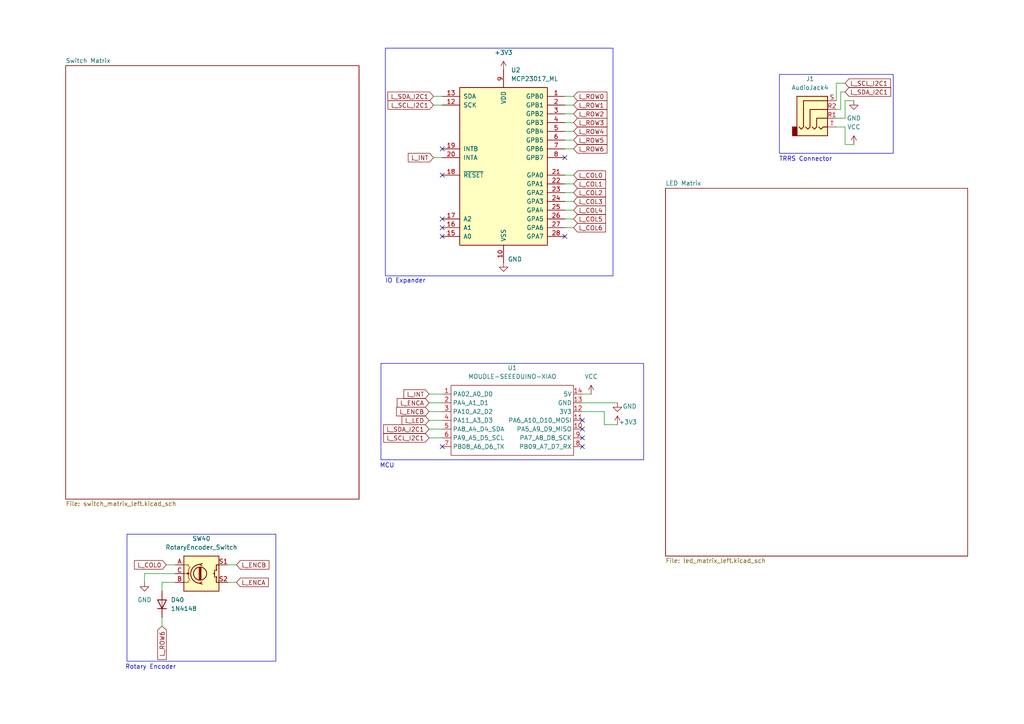
<source format=kicad_sch>
(kicad_sch (version 20250114) (generator "eeschema") (generator_version "9.0")
  (paper "A4")
  (lib_symbols
    (symbol "Connector_Audio:AudioJack4"
      (property "Reference" "J" (at 0 8.89 0))
      (property "Value" "AudioJack4" (at 0 6.35 0))
      (symbol "AudioJack4_0_1"
        (rectangle (start -6.35 -5.08) (end -7.62 -7.62) (stroke (width 0.254)) (fill (type outline)))
        (polyline (pts (xy -5.715 -5.08) (xy -5.08 -5.715) (xy -4.445 -5.08) (xy -4.445 2.54) (xy 2.54 2.54)) (stroke (width 0.254)))
        (polyline (pts (xy -1.905 -5.08) (xy -1.27 -5.715) (xy -0.635 -5.08) (xy -0.635 -2.54) (xy 2.54 -2.54)) (stroke (width 0.254)))
        (polyline (pts (xy 0 -5.08) (xy 0.635 -5.715) (xy 1.27 -5.08) (xy 2.54 -5.08)) (stroke (width 0.254)))
        (rectangle (start 2.54 3.81) (end -6.35 -7.62) (stroke (width 0.254)) (fill (type background)))
        (polyline (pts (xy 2.54 0) (xy -2.54 0) (xy -2.54 -5.08) (xy -3.175 -5.715) (xy -3.81 -5.08)) (stroke (width 0.254)))
      )
      (symbol "AudioJack4_1_1"
        (pin passive line (at 5.08 2.54 180) (length 2.54) (name "~") (number "S"))
        (pin passive line (at 5.08 0 180) (length 2.54) (name "~") (number "R2"))
        (pin passive line (at 5.08 -2.54 180) (length 2.54) (name "~") (number "R1"))
        (pin passive line (at 5.08 -5.08 180) (length 2.54) (name "~") (number "T"))
      )
    )
    (symbol "Device:RotaryEncoder_Switch" (pin_names (offset 0.254) (hide yes))
      (property "Reference" "SW" (at 0 6.604 0))
      (property "Value" "RotaryEncoder_Switch" (at 0 -6.604 0))
      (symbol "RotaryEncoder_Switch_0_1"
        (rectangle (start -5.08 5.08) (end 5.08 -5.08) (stroke (width 0.254)) (fill (type background)))
        (polyline (pts (xy -5.08 2.54) (xy -3.81 2.54) (xy -3.81 2.032)))
        (polyline (pts (xy -5.08 0) (xy -3.81 0) (xy -3.81 -1.016) (xy -3.302 -2.032)))
        (polyline (pts (xy -5.08 -2.54) (xy -3.81 -2.54) (xy -3.81 -2.032)))
        (polyline (pts (xy -4.318 0) (xy -3.81 0) (xy -3.81 1.016) (xy -3.302 2.032)))
        (circle (center -3.81 0) (radius 0.254) (fill (type outline)))
        (polyline (pts (xy -0.635 -1.778) (xy -0.635 1.778)) (stroke (width 0.254)))
        (circle (center -0.381 0) (radius 1.905) (stroke (width 0.254)))
        (polyline (pts (xy -0.381 -1.778) (xy -0.381 1.778)) (stroke (width 0.254)))
        (arc (start -0.381 -2.794) (mid -3.0988 -0.0635) (end -0.381 2.667) (stroke (width 0.254)))
        (polyline (pts (xy -0.127 1.778) (xy -0.127 -1.778)) (stroke (width 0.254)))
        (polyline (pts (xy 0.254 2.921) (xy -0.508 2.667) (xy 0.127 2.286)) (stroke (width 0.254)))
        (polyline (pts (xy 0.254 -3.048) (xy -0.508 -2.794) (xy 0.127 -2.413)) (stroke (width 0.254)))
        (polyline (pts (xy 3.81 1.016) (xy 3.81 -1.016)) (stroke (width 0.254)))
        (polyline (pts (xy 3.81 0) (xy 3.429 0)) (stroke (width 0.254)))
        (circle (center 4.318 1.016) (radius 0.127) (stroke (width 0.254)))
        (circle (center 4.318 -1.016) (radius 0.127) (stroke (width 0.254)))
        (polyline (pts (xy 5.08 2.54) (xy 4.318 2.54) (xy 4.318 1.016)) (stroke (width 0.254)))
        (polyline (pts (xy 5.08 -2.54) (xy 4.318 -2.54) (xy 4.318 -1.016)) (stroke (width 0.254)))
      )
      (symbol "RotaryEncoder_Switch_1_1"
        (pin passive line (at -7.62 2.54 0) (length 2.54) (name "A") (number "A"))
        (pin passive line (at -7.62 0 0) (length 2.54) (name "C") (number "C"))
        (pin passive line (at -7.62 -2.54 0) (length 2.54) (name "B") (number "B"))
        (pin passive line (at 7.62 2.54 180) (length 2.54) (name "S1") (number "S1"))
        (pin passive line (at 7.62 -2.54 180) (length 2.54) (name "S2") (number "S2"))
      )
    )
    (symbol "Diode:1N4148" (pin_numbers (hide yes)) (pin_names (hide yes))
      (property "Reference" "D" (at 0 2.54 0))
      (property "Value" "1N4148" (at 0 -2.54 0))
      (symbol "1N4148_0_1"
        (polyline (pts (xy -1.27 1.27) (xy -1.27 -1.27)) (stroke (width 0.254)))
        (polyline (pts (xy 1.27 1.27) (xy 1.27 -1.27) (xy -1.27 0) (xy 1.27 1.27)) (stroke (width 0.254)))
        (polyline (pts (xy 1.27 0) (xy -1.27 0)))
      )
      (symbol "1N4148_1_1"
        (pin passive line (at -3.81 0 0) (length 2.54) (name "K") (number "1"))
        (pin passive line (at 3.81 0 180) (length 2.54) (name "A") (number "2"))
      )
    )
    (symbol "Interface_Expansion:MCP23017_SP" (pin_names (offset 1.016))
      (property "Reference" "U" (at -11.43 24.13 0))
      (property "Value" "MCP23017_SP" (at 0 0 0))
      (symbol "MCP23017_SP_0_1"
        (rectangle (start -12.7 22.86) (end 12.7 -22.86) (stroke (width 0.254)) (fill (type background)))
      )
      (symbol "MCP23017_SP_1_1"
        (pin bidirectional line (at -17.78 20.32 0) (length 5.08) (name "SDA") (number "13"))
        (pin input line (at -17.78 17.78 0) (length 5.08) (name "SCK") (number "12"))
        (pin tri_state line (at -17.78 5.08 0) (length 5.08) (name "INTB") (number "19"))
        (pin tri_state line (at -17.78 2.54 0) (length 5.08) (name "INTA") (number "20"))
        (pin input line (at -17.78 -2.54 0) (length 5.08) (name "~{RESET}") (number "18"))
        (pin input line (at -17.78 -15.24 0) (length 5.08) (name "A2") (number "17"))
        (pin input line (at -17.78 -17.78 0) (length 5.08) (name "A1") (number "16"))
        (pin input line (at -17.78 -20.32 0) (length 5.08) (name "A0") (number "15"))
        (pin no_connect line (at -12.7 15.24 0) (length 5.08) (hide yes) (name "NC") (number "11"))
        (pin no_connect line (at -12.7 12.7 0) (length 5.08) (hide yes) (name "NC") (number "14"))
        (pin power_in line (at 0 27.94 270) (length 5.08) (name "VDD") (number "9"))
        (pin power_in line (at 0 -27.94 90) (length 5.08) (name "VSS") (number "10"))
        (pin bidirectional line (at 17.78 20.32 180) (length 5.08) (name "GPB0") (number "1"))
        (pin bidirectional line (at 17.78 17.78 180) (length 5.08) (name "GPB1") (number "2"))
        (pin bidirectional line (at 17.78 15.24 180) (length 5.08) (name "GPB2") (number "3"))
        (pin bidirectional line (at 17.78 12.7 180) (length 5.08) (name "GPB3") (number "4"))
        (pin bidirectional line (at 17.78 10.16 180) (length 5.08) (name "GPB4") (number "5"))
        (pin bidirectional line (at 17.78 7.62 180) (length 5.08) (name "GPB5") (number "6"))
        (pin bidirectional line (at 17.78 5.08 180) (length 5.08) (name "GPB6") (number "7"))
        (pin output line (at 17.78 2.54 180) (length 5.08) (name "GPB7") (number "8"))
        (pin bidirectional line (at 17.78 -2.54 180) (length 5.08) (name "GPA0") (number "21"))
        (pin bidirectional line (at 17.78 -5.08 180) (length 5.08) (name "GPA1") (number "22"))
        (pin bidirectional line (at 17.78 -7.62 180) (length 5.08) (name "GPA2") (number "23"))
        (pin bidirectional line (at 17.78 -10.16 180) (length 5.08) (name "GPA3") (number "24"))
        (pin bidirectional line (at 17.78 -12.7 180) (length 5.08) (name "GPA4") (number "25"))
        (pin bidirectional line (at 17.78 -15.24 180) (length 5.08) (name "GPA5") (number "26"))
        (pin bidirectional line (at 17.78 -17.78 180) (length 5.08) (name "GPA6") (number "27"))
        (pin output line (at 17.78 -20.32 180) (length 5.08) (name "GPA7") (number "28"))
      )
    )
    (symbol "XIAO_RP2040:MOUDLE-SEEEDUINO-XIAO"
      (property "Reference" "U" (at -16.51 11.43 0))
      (property "Value" "MOUDLE-SEEEDUINO-XIAO" (at -3.81 -11.43 0))
      (symbol "MOUDLE-SEEEDUINO-XIAO_0_1"
        (rectangle (start -16.51 10.16) (end 19.05 -10.16))
      )
      (symbol "MOUDLE-SEEEDUINO-XIAO_1_1"
        (pin passive line (at -19.05 7.62 0) (length 2.54) (name "PA02_A0_D0") (number "1"))
        (pin passive line (at -19.05 5.08 0) (length 2.54) (name "PA4_A1_D1") (number "2"))
        (pin passive line (at -19.05 2.54 0) (length 2.54) (name "PA10_A2_D2") (number "3"))
        (pin passive line (at -19.05 0 0) (length 2.54) (name "PA11_A3_D3") (number "4"))
        (pin passive line (at -19.05 -2.54 0) (length 2.54) (name "PA8_A4_D4_SDA") (number "5"))
        (pin passive line (at -19.05 -5.08 0) (length 2.54) (name "PA9_A5_D5_SCL") (number "6"))
        (pin passive line (at -19.05 -7.62 0) (length 2.54) (name "PB08_A6_D6_TX") (number "7"))
        (pin passive line (at 21.59 7.62 180) (length 2.54) (name "5V") (number "14"))
        (pin passive line (at 21.59 5.08 180) (length 2.54) (name "GND") (number "13"))
        (pin passive line (at 21.59 2.54 180) (length 2.54) (name "3V3") (number "12"))
        (pin passive line (at 21.59 0 180) (length 2.54) (name "PA6_A10_D10_MOSI") (number "11"))
        (pin passive line (at 21.59 -2.54 180) (length 2.54) (name "PA5_A9_D9_MISO") (number "10"))
        (pin passive line (at 21.59 -5.08 180) (length 2.54) (name "PA7_A8_D8_SCK") (number "9"))
        (pin passive line (at 21.59 -7.62 180) (length 2.54) (name "PB09_A7_D7_RX") (number "8"))
      )
    )
    (symbol "power:+3V3" (power) (pin_numbers (hide yes)) (pin_names (offset 0) (hide yes))
      (property "Value" "+3V3" (at 0 3.556 0))
      (symbol "+3V3_0_1"
        (polyline (pts (xy -0.762 1.27) (xy 0 2.54)))
        (polyline (pts (xy 0 2.54) (xy 0.762 1.27)))
        (polyline (pts (xy 0 0) (xy 0 2.54)))
      )
      (symbol "+3V3_1_1"
        (pin power_in line (at 0 0 90) (length 0) (name "~") (number "1"))
      )
    )
    (symbol "power:GND" (power) (pin_numbers (hide yes)) (pin_names (offset 0) (hide yes))
      (property "Value" "GND" (at 0 -3.81 0))
      (symbol "GND_0_1"
        (polyline (pts (xy 0 0) (xy 0 -1.27) (xy 1.27 -1.27) (xy 0 -2.54) (xy -1.27 -1.27) (xy 0 -1.27)))
      )
      (symbol "GND_1_1"
        (pin power_in line (at 0 0 270) (length 0) (name "~") (number "1"))
      )
    )
    (symbol "power:VCC" (power) (pin_numbers (hide yes)) (pin_names (offset 0) (hide yes))
      (property "Value" "VCC" (at 0 3.556 0))
      (symbol "VCC_0_1"
        (polyline (pts (xy -0.762 1.27) (xy 0 2.54)))
        (polyline (pts (xy 0 2.54) (xy 0.762 1.27)))
        (polyline (pts (xy 0 0) (xy 0 2.54)))
      )
      (symbol "VCC_1_1"
        (pin power_in line (at 0 0 90) (length 0) (name "~") (number "1"))
      )
    )
  )
  (rectangle (start 110.49 105.41) (end 186.69 133.35))
  (rectangle (start 226.06 21.59) (end 259.08 44.45))
  (rectangle (start 36.83 154.94) (end 80.01 191.77))
  (rectangle (start 111.76 13.97) (end 177.8 80.01))
  (text "TRRS Connector" (at 233.68 46.228 0) (effects (font (size 1.27 1.27))))
  (text "MCU" (at 112.268 135.128 0) (effects (font (size 1.27 1.27))))
  (text "IO Expander" (at 117.602 81.534 0) (effects (font (size 1.27 1.27))))
  (text "Rotary Encoder" (at 43.688 193.548 0) (effects (font (size 1.27 1.27))))
  (no_connect (at 128.27 63.5))
  (no_connect (at 168.91 127))
  (no_connect (at 168.91 124.46))
  (no_connect (at 163.83 45.72))
  (no_connect (at 128.27 129.54))
  (no_connect (at 128.27 66.04))
  (no_connect (at 128.27 50.8))
  (no_connect (at 168.91 129.54))
  (no_connect (at 128.27 68.58))
  (no_connect (at 128.27 43.18))
  (no_connect (at 163.83 68.58))
  (no_connect (at 168.91 121.92))
  (wire (pts (xy 175.26 123.19) (xy 175.26 119.38)))
  (wire (pts (xy 125.73 45.72) (xy 128.27 45.72)))
  (wire (pts (xy 163.83 58.42) (xy 166.37 58.42)))
  (wire (pts (xy 124.46 119.38) (xy 128.27 119.38)))
  (wire (pts (xy 41.91 166.37) (xy 41.91 168.91)))
  (wire (pts (xy 124.46 116.84) (xy 128.27 116.84)))
  (wire (pts (xy 245.11 41.91) (xy 247.65 41.91)))
  (wire (pts (xy 66.04 163.83) (xy 68.58 163.83)))
  (wire (pts (xy 50.8 168.91) (xy 46.99 168.91)))
  (wire (pts (xy 163.83 43.18) (xy 166.37 43.18)))
  (wire (pts (xy 245.11 36.83) (xy 242.57 36.83)))
  (wire (pts (xy 46.99 179.07) (xy 46.99 181.61)))
  (wire (pts (xy 124.46 114.3) (xy 128.27 114.3)))
  (wire (pts (xy 242.57 34.29) (xy 245.11 34.29)))
  (wire (pts (xy 48.26 163.83) (xy 50.8 163.83)))
  (wire (pts (xy 163.83 40.64) (xy 166.37 40.64)))
  (wire (pts (xy 163.83 53.34) (xy 166.37 53.34)))
  (wire (pts (xy 168.91 114.3) (xy 171.45 114.3)))
  (wire (pts (xy 243.84 26.67) (xy 245.11 26.67)))
  (wire (pts (xy 179.07 123.19) (xy 175.26 123.19)))
  (wire (pts (xy 163.83 60.96) (xy 166.37 60.96)))
  (wire (pts (xy 163.83 55.88) (xy 166.37 55.88)))
  (wire (pts (xy 245.11 29.21) (xy 247.65 29.21)))
  (wire (pts (xy 242.57 29.21) (xy 242.57 24.13)))
  (wire (pts (xy 124.46 127) (xy 128.27 127)))
  (wire (pts (xy 242.57 31.75) (xy 243.84 31.75)))
  (wire (pts (xy 163.83 30.48) (xy 166.37 30.48)))
  (wire (pts (xy 124.46 124.46) (xy 128.27 124.46)))
  (wire (pts (xy 242.57 24.13) (xy 245.11 24.13)))
  (wire (pts (xy 163.83 27.94) (xy 166.37 27.94)))
  (wire (pts (xy 125.73 30.48) (xy 128.27 30.48)))
  (wire (pts (xy 168.91 116.84) (xy 179.07 116.84)))
  (wire (pts (xy 163.83 50.8) (xy 166.37 50.8)))
  (wire (pts (xy 66.04 168.91) (xy 68.58 168.91)))
  (wire (pts (xy 243.84 31.75) (xy 243.84 26.67)))
  (wire (pts (xy 124.46 121.92) (xy 128.27 121.92)))
  (wire (pts (xy 163.83 35.56) (xy 166.37 35.56)))
  (wire (pts (xy 125.73 27.94) (xy 128.27 27.94)))
  (wire (pts (xy 163.83 66.04) (xy 166.37 66.04)))
  (wire (pts (xy 175.26 119.38) (xy 168.91 119.38)))
  (wire (pts (xy 245.11 41.91) (xy 245.11 36.83)))
  (wire (pts (xy 245.11 34.29) (xy 245.11 29.21)))
  (wire (pts (xy 46.99 168.91) (xy 46.99 171.45)))
  (wire (pts (xy 163.83 63.5) (xy 166.37 63.5)))
  (wire (pts (xy 163.83 38.1) (xy 166.37 38.1)))
  (wire (pts (xy 50.8 166.37) (xy 41.91 166.37)))
  (wire (pts (xy 163.83 33.02) (xy 166.37 33.02)))
  (global_label "L_COL1" (shape input) (at 166.37 53.34 0) (property "Intersheetrefs" "${INTERSHEET_REFS}" (effects (hide yes))))
  (global_label "L_ENCB" (shape input) (at 124.46 119.38 180) (property "Intersheetrefs" "${INTERSHEET_REFS}" (effects (hide yes))))
  (global_label "L_COL0" (shape input) (at 166.37 50.8 0) (property "Intersheetrefs" "${INTERSHEET_REFS}" (effects (hide yes))))
  (global_label "L_COL4" (shape input) (at 166.37 60.96 0) (property "Intersheetrefs" "${INTERSHEET_REFS}" (effects (hide yes))))
  (global_label "L_SCL_I2C1" (shape input) (at 245.11 24.13 0) (property "Intersheetrefs" "${INTERSHEET_REFS}" (effects (hide yes))))
  (global_label "L_ENCA" (shape input) (at 68.58 168.91 0) (property "Intersheetrefs" "${INTERSHEET_REFS}" (effects (hide yes))))
  (global_label "L_ROW6" (shape input) (at 166.37 43.18 0) (property "Intersheetrefs" "${INTERSHEET_REFS}" (effects (hide yes))))
  (global_label "L_SDA_I2C1" (shape input) (at 125.73 27.94 180) (property "Intersheetrefs" "${INTERSHEET_REFS}" (effects (hide yes))))
  (global_label "L_SCL_I2C1" (shape input) (at 125.73 30.48 180) (property "Intersheetrefs" "${INTERSHEET_REFS}" (effects (hide yes))))
  (global_label "L_ROW5" (shape input) (at 166.37 40.64 0) (property "Intersheetrefs" "${INTERSHEET_REFS}" (effects (hide yes))))
  (global_label "L_ROW2" (shape input) (at 166.37 33.02 0) (property "Intersheetrefs" "${INTERSHEET_REFS}" (effects (hide yes))))
  (global_label "L_ROW1" (shape input) (at 166.37 30.48 0) (property "Intersheetrefs" "${INTERSHEET_REFS}" (effects (hide yes))))
  (global_label "L_COL6" (shape input) (at 166.37 66.04 0) (property "Intersheetrefs" "${INTERSHEET_REFS}" (effects (hide yes))))
  (global_label "L_ENCA" (shape input) (at 124.46 116.84 180) (property "Intersheetrefs" "${INTERSHEET_REFS}" (effects (hide yes))))
  (global_label "L_INT" (shape input) (at 125.73 45.72 180) (property "Intersheetrefs" "${INTERSHEET_REFS}" (effects (hide yes))))
  (global_label "L_SDA_I2C1" (shape input) (at 245.11 26.67 0) (property "Intersheetrefs" "${INTERSHEET_REFS}" (effects (hide yes))))
  (global_label "L_ROW0" (shape input) (at 166.37 27.94 0) (property "Intersheetrefs" "${INTERSHEET_REFS}" (effects (hide yes))))
  (global_label "L_ROW4" (shape input) (at 166.37 38.1 0) (property "Intersheetrefs" "${INTERSHEET_REFS}" (effects (hide yes))))
  (global_label "L_SCL_I2C1" (shape input) (at 124.46 127 180) (property "Intersheetrefs" "${INTERSHEET_REFS}" (effects (hide yes))))
  (global_label "L_ENCB" (shape input) (at 68.58 163.83 0) (property "Intersheetrefs" "${INTERSHEET_REFS}" (effects (hide yes))))
  (global_label "L_INT" (shape input) (at 124.46 114.3 180) (property "Intersheetrefs" "${INTERSHEET_REFS}" (effects (hide yes))))
  (global_label "L_COL5" (shape input) (at 166.37 63.5 0) (property "Intersheetrefs" "${INTERSHEET_REFS}" (effects (hide yes))))
  (global_label "L_COL3" (shape input) (at 166.37 58.42 0) (property "Intersheetrefs" "${INTERSHEET_REFS}" (effects (hide yes))))
  (global_label "L_COL0" (shape input) (at 48.26 163.83 180) (property "Intersheetrefs" "${INTERSHEET_REFS}" (effects (hide yes))))
  (global_label "L_SDA_I2C1" (shape input) (at 124.46 124.46 180) (property "Intersheetrefs" "${INTERSHEET_REFS}" (effects (hide yes))))
  (global_label "L_ROW6" (shape input) (at 46.99 181.61 270) (property "Intersheetrefs" "${INTERSHEET_REFS}" (effects (hide yes))))
  (global_label "L_LED" (shape input) (at 124.46 121.92 180) (property "Intersheetrefs" "${INTERSHEET_REFS}" (effects (hide yes))))
  (global_label "L_ROW3" (shape input) (at 166.37 35.56 0) (property "Intersheetrefs" "${INTERSHEET_REFS}" (effects (hide yes))))
  (global_label "L_COL2" (shape input) (at 166.37 55.88 0) (property "Intersheetrefs" "${INTERSHEET_REFS}" (effects (hide yes))))
  (symbol (lib_id "power:+3V3") (at 179.07 123.19 0) (unit 1)
    (property "Reference" "#PWR03" (effects (hide yes)))
    (property "Value" "+3V3" (at 182.118 122.428 0))
    (property "Description" "Power symbol creates a global label with name \"+3V3\"" (effects (hide yes)))
  )
  (symbol (lib_id "power:GND") (at 41.91 168.91 0) (unit 1)
    (property "Reference" "#PWR06" (effects (hide yes)))
    (property "Value" "GND" (at 41.91 173.99 0))
    (property "Description" "Power symbol creates a global label with name \"GND\" , ground" (effects (hide yes)))
  )
  (symbol (lib_id "Interface_Expansion:MCP23017_SP") (at 146.05 48.26 0) (unit 1)
    (property "Reference" "U2" (at 148.1933 20.32 0) (effects (justify left)))
    (property "Value" "MCP23017_ML" (at 148.1933 22.86 0) (effects (justify left)))
    (property "Footprint" "Package_DIP:DIP-28_W7.62mm" (effects (hide yes)))
    (property "Datasheet" "https://ww1.microchip.com/downloads/aemDocuments/documents/APID/ProductDocuments/DataSheets/MCP23017-Data-Sheet-DS20001952.pdf" (effects (hide yes)))
    (property "Description" "16-bit I/O expander, I2C, interrupts, w pull-ups, SPDIP-28" (effects (hide yes)))
  )
  (symbol (lib_id "Diode:1N4148") (at 46.99 175.26 90) (unit 1)
    (property "Reference" "D40" (at 49.53 173.9899 90) (effects (justify right)))
    (property "Value" "1N4148" (at 49.53 176.5299 90) (effects (justify right)))
    (property "Footprint" "Diode_THT:D_DO-35_SOD27_P7.62mm_Horizontal" (effects (hide yes)))
    (property "Datasheet" "https://assets.nexperia.com/documents/data-sheet/1N4148_1N4448.pdf" (effects (hide yes)))
    (property "Description" "100V 0.15A standard switching diode, DO-35" (effects (hide yes)))
    (property "Sim.Device" "D" (effects (hide yes)))
    (property "Sim.Pins" "1=K 2=A" (effects (hide yes)))
  )
  (symbol (lib_id "power:VCC") (at 247.65 41.91 0) (unit 1)
    (property "Reference" "#PWR07" (effects (hide yes)))
    (property "Value" "VCC" (at 247.65 36.83 0))
    (property "Description" "Power symbol creates a global label with name \"VCC\"" (effects (hide yes)))
  )
  (symbol (lib_id "power:+3V3") (at 146.05 20.32 0) (unit 1)
    (property "Reference" "#PWR04" (effects (hide yes)))
    (property "Value" "+3V3" (at 146.05 15.24 0))
    (property "Description" "Power symbol creates a global label with name \"+3V3\"" (effects (hide yes)))
  )
  (symbol (lib_id "power:GND") (at 179.07 116.84 0) (unit 1)
    (property "Reference" "#PWR02" (effects (hide yes)))
    (property "Value" "GND" (at 182.626 117.856 0))
    (property "Description" "Power symbol creates a global label with name \"GND\" , ground" (effects (hide yes)))
  )
  (symbol (lib_id "XIAO_RP2040:MOUDLE-SEEEDUINO-XIAO") (at 147.32 121.92 0) (unit 1)
    (property "Reference" "U1" (at 148.59 106.68 0))
    (property "Value" "MOUDLE-SEEEDUINO-XIAO" (at 148.59 109.22 0))
    (property "Footprint" "footprints:XIAO-Generic-Hybrid-14P-2.54-21X17.8MM" (effects (hide yes)))
  )
  (symbol (lib_id "Device:RotaryEncoder_Switch") (at 58.42 166.37 0) (unit 1)
    (property "Reference" "SW40" (at 58.42 156.21 0))
    (property "Value" "RotaryEncoder_Switch" (at 58.42 158.75 0))
    (property "Description" "Rotary encoder, dual channel, incremental quadrate outputs, with switch" (effects (hide yes)))
  )
  (symbol (lib_id "power:VCC") (at 171.45 114.3 0) (unit 1)
    (property "Reference" "#PWR01" (effects (hide yes)))
    (property "Value" "VCC" (at 171.45 109.22 0))
    (property "Description" "Power symbol creates a global label with name \"VCC\"" (effects (hide yes)))
  )
  (symbol (lib_id "power:GND") (at 247.65 29.21 0) (unit 1)
    (property "Reference" "#PWR08" (effects (hide yes)))
    (property "Value" "GND" (at 247.65 34.29 0))
    (property "Description" "Power symbol creates a global label with name \"GND\" , ground" (effects (hide yes)))
  )
  (symbol (lib_id "Connector_Audio:AudioJack4") (at 237.49 31.75 0) (unit 1)
    (property "Reference" "J1" (at 234.95 22.86 0))
    (property "Value" "AudioJack4" (at 234.95 25.4 0))
    (property "Footprint" "Connector_Audio:Jack_3.5mm_PJ320D_Horizontal" (effects (hide yes)))
    (property "Description" "Audio Jack, 4 Poles (TRRS)" (effects (hide yes)))
  )
  (symbol (lib_id "power:GND") (at 146.05 76.2 0) (unit 1)
    (property "Reference" "#PWR05" (effects (hide yes)))
    (property "Value" "GND" (at 149.352 75.184 0))
    (property "Description" "Power symbol creates a global label with name \"GND\" , ground" (effects (hide yes)))
  )
  (sheet (at 19.05 19.05) (size 85.09 125.73) (stroke (width 0.1524))
    (property "Sheetname" "Switch Matrix" (at 19.05 18.3384 0) (effects (justify left bottom)))
    (property "Sheetfile" "switch_matrix_left.kicad_sch" (at 19.05 145.3646 0) (effects (justify left top)))
  )
  (sheet (at 193.04 54.61) (size 87.63 106.68) (stroke (width 0.1524))
    (property "Sheetname" "LED Matrix" (at 193.04 53.8984 0) (effects (justify left bottom)))
    (property "Sheetfile" "led_matrix_left.kicad_sch" (at 193.04 161.8746 0) (effects (justify left top)))
  )
)
</source>
